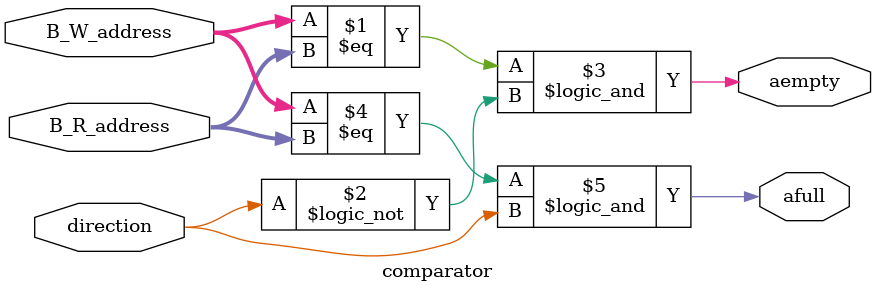
<source format=v>
module comparator (
    B_R_address , B_W_address , direction ,
    aempty , afull
    );


//parameters definesion for generic code 
parameter DATADEPTH = 45;

//input output declaration
input wire [($clog2(DATADEPTH)) - 1 : 0] B_R_address , B_W_address;
input wire direction;
output wire aempty , afull;

//representation

assign aempty = ((B_W_address == B_R_address) && !direction);
assign afull = ((B_W_address == B_R_address) && direction);

/*always @(*) begin
    if(B_R_address == B_W_address)
    begin
        if (direction == 0) 
        begin
            aempty = 1;
            afull = 0;
        end
        else
        begin
            aempty = 0;
            afull = 1;
        end
    end
end*/

endmodule
</source>
